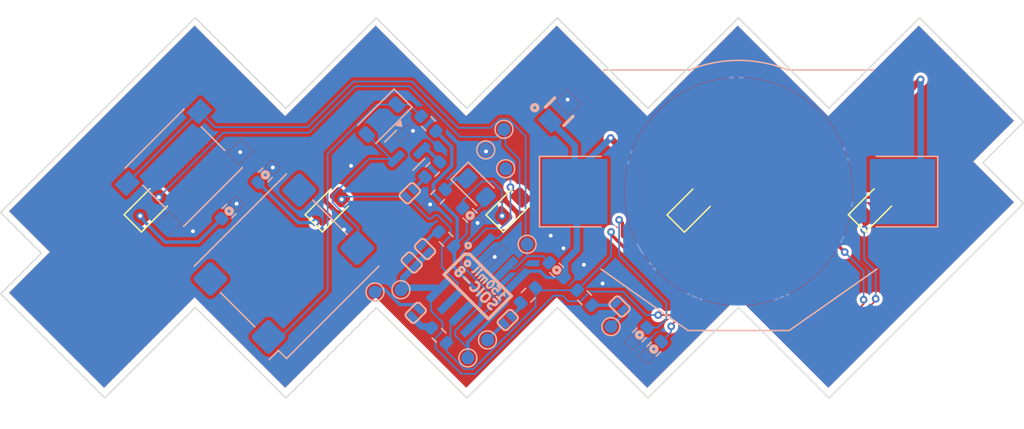
<source format=kicad_pcb>
(kicad_pcb (version 20240108) (generator "pcbnew") (generator_version "8.0")
  (title_block (title "ZigZag") (date "2024-09-13") (rev "A") (company "Radiona Org") (comment 1 "https://radiona.org/") (comment 2 "CERN Open Hardware Licence Version 2 - Strongly Reciprocal"))
  (layers (0 "F.Cu" signal) (31 "B.Cu" signal) (34 "B.Paste" user) (35 "F.Paste" user) (36 "B.SilkS" user "B.Silkscreen") (37 "F.SilkS" user "F.Silkscreen") (38 "B.Mask" user) (39 "F.Mask" user) (44 "Edge.Cuts" user))
  (net 0 "")
  (net 1 "+5V")
  (net 2 "GND")
  (net 3 "Net-(D1-K)")
  (net 4 "Net-(D1-A)")
  (net 5 "/PD1\\SWIO\\KBD_CLK")
  (net 6 "/PA2\\KBD_DAT")
  (net 7 "Net-(PWR_LED1-K)")
  (net 8 "/PC2\\T2CH2_1\\Video_Out")
  (net 9 "Net-(T1-B)")
  (net 10 "/PD6\\T2CH3_3\\VSync")
  (net 11 "/PC1\\T2CH4_1\\HSync")
  (net 12 "Net-(R2-Pad1)")
  (net 13 "Net-(BLU1-Pad2)")
  (net 14 "Net-(GRN1-Pad2)")
  (net 15 "Net-(BLU1-Pad1)")
  (net 16 "Net-(F_LED1-K)")
  (net 17 "Net-(F_LED2-K)")
  (net 18 "Net-(F_LED3-K)")
  (net 19 "Net-(F_LED4-K)")
  (net 20 "Net-(F_LED5-K)")
  (net 21 "Net-(GRN1-Pad1)")
  (net 22 "Net-(KBC/UP1-Pad2)")
  (net 23 "Net-(RED1-Pad1)")
  (net 24 "Net-(AUD/UP1-Pad2)")
  (net 25 "/PC4\\T1CH4_2\\Audio")
  (footprint "Custom:arc_90_0.5" (layer "F.Cu") (at 136.221388 108.352835 135)
    (property "Reference" "PAD2" (hide yes))
    (property "Value" "TESTPAD")
    (pad "1" smd custom (at 0 0 90) (size 8 2) (layers "F.Cu" "F.Mask") (net 2 "GND") (options (clearance outline) (anchor rect)) (primitives))
  )
  (footprint "LED_SMD:LED_0805_2012Metric_Pad1.15x1.40mm_HandSolder" (layer "F.Cu") (at 156.036065 104.80182 45)
    (property "Reference" "F_LED2" (hide yes))
    (property "Value" "LED/SMD/0603")
    (pad "1" smd roundrect (at -1.024999 0 45) (size 1.15 1.4) (layers "F.Cu" "F.Paste" "F.Mask") (roundrect_rratio 0.217391) (net 17 "Net-(F_LED2-K)"))
    (pad "2" smd roundrect (at 1.024999 0 45) (size 1.15 1.4) (layers "F.Cu" "F.Paste" "F.Mask") (roundrect_rratio 0.217391) (net 25 "/PC4\\T1CH4_2\\Audio"))
  )
  (footprint "LED_SMD:LED_0805_2012Metric_Pad1.15x1.40mm_HandSolder" (layer "F.Cu") (at 184.304427 104.817731 45)
    (property "Reference" "F_LED4" (hide yes))
    (property "Value" "LED/SMD/0603")
    (pad "1" smd roundrect (at -1.024999 0 45) (size 1.15 1.4) (layers "F.Cu" "F.Paste" "F.Mask") (roundrect_rratio 0.217391) (net 19 "Net-(F_LED4-K)"))
    (pad "2" smd roundrect (at 1.024999 0 45) (size 1.15 1.4) (layers "F.Cu" "F.Paste" "F.Mask") (roundrect_rratio 0.217391) (net 8 "/PC2\\T2CH2_1\\Video_Out"))
  )
  (footprint "LED_SMD:LED_0805_2012Metric_Pad1.15x1.40mm_HandSolder" (layer "F.Cu") (at 170.162291 104.81773 45)
    (property "Reference" "F_LED3" (hide yes))
    (property "Value" "LED/SMD/0603")
    (pad "1" smd roundrect (at -1.024999 0 45) (size 1.15 1.4) (layers "F.Cu" "F.Paste" "F.Mask") (roundrect_rratio 0.217391) (net 18 "Net-(F_LED3-K)"))
    (pad "2" smd roundrect (at 1.024999 0 45) (size 1.15 1.4) (layers "F.Cu" "F.Paste" "F.Mask") (roundrect_rratio 0.217391) (net 11 "/PC1\\T2CH4_1\\HSync"))
  )
  (footprint "LED_SMD:LED_0805_2012Metric_Pad1.15x1.40mm_HandSolder" (layer "F.Cu") (at 141.893929 104.80182 45)
    (property "Reference" "F_LED1" (hide yes))
    (property "Value" "LED/SMD/0603")
    (pad "1" smd roundrect (at -1.024999 0 45) (size 1.15 1.4) (layers "F.Cu" "F.Paste" "F.Mask") (roundrect_rratio 0.217391) (net 16 "Net-(F_LED1-K)"))
    (pad "2" smd roundrect (at 1.024999 0 45) (size 1.15 1.4) (layers "F.Cu" "F.Paste" "F.Mask") (roundrect_rratio 0.217391) (net 10 "/PD6\\T2CH3_3\\VSync"))
  )
  (footprint "LED_SMD:LED_0805_2012Metric_Pad1.15x1.40mm_HandSolder" (layer "F.Cu") (at 198.461213 104.800803 45)
    (property "Reference" "F_LED5" (hide yes))
    (property "Value" "LED/SMD/0603")
    (pad "1" smd roundrect (at -1.024999 0 45) (size 1.15 1.4) (layers "F.Cu" "F.Paste" "F.Mask") (roundrect_rratio 0.217391) (net 20 "Net-(F_LED5-K)"))
    (pad "2" smd roundrect (at 1.024999 0 45) (size 1.15 1.4) (layers "F.Cu" "F.Paste" "F.Mask") (roundrect_rratio 0.217391) (net 5 "/PD1\\SWIO\\KBD_CLK"))
  )
  (footprint "TestPoint:TestPoint_Pad_D1.0mm" (layer "B.Cu") (at 159.499097 111.47901 -45)
    (property "Reference" "TP1" (hide yes))
    (property "Value" "TP")
    (pad "1" smd circle (at 0 0 315) (size 1 1) (layers "B.Cu" "B.Mask") (net 23 "Net-(RED1-Pad1)"))
  )
  (footprint "TestPoint:TestPoint_Pad_D1.0mm" (layer "B.Cu") (at 168.288433 115.219606 -45)
    (property "Reference" "TP3" (hide yes))
    (property "Value" "TP")
    (pad "1" smd circle (at 0 0 315) (size 1 1) (layers "B.Cu" "B.Mask") (net 15 "Net-(BLU1-Pad1)"))
  )
  (footprint "OLIMEX_Jumpers-FP:SJ_1_SMALLER" (layer "B.Cu") (at 163.409396 108.120253 135)
    (property "Reference" "KBC/UP1" (hide yes))
    (property "Value" "Opened" (hide yes))
    (pad "1" smd rect (at -0.381 0 135) (size 0.508 0.762) (layers "B.Cu" "B.Mask") (net 5 "/PD1\\SWIO\\KBD_CLK") (clearance 0.0508))
    (pad "2" smd rect (at 0.381 0 135) (size 0.508 0.762) (layers "B.Cu" "B.Mask") (net 22 "Net-(KBC/UP1-Pad2)") (clearance 0.0508))
  )
  (footprint "OLIMEX_Jumpers-FP:SJ_1_SMALLER" (layer "B.Cu") (at 162.36995 109.173843 135)
    (property "Reference" "PGM/DBG1" (hide yes))
    (property "Value" "Opened" (hide yes))
    (pad "1" smd rect (at -0.381 0 135) (size 0.508 0.762) (layers "B.Cu" "B.Mask") (net 5 "/PD1\\SWIO\\KBD_CLK") (clearance 0.0508))
    (pad "2" smd rect (at 0.381 0 135) (size 0.508 0.762) (layers "B.Cu" "B.Mask") (net 2 "GND") (clearance 0.0508))
  )
  (footprint "OLIMEX_Jumpers-FP:SJ_1_SMALLER" (layer "B.Cu") (at 178.605121 112.610382 135)
    (property "Reference" "GRN1" (hide yes))
    (property "Value" "Soldered" (hide yes))
    (pad "1" smd rect (at -0.381 0 135) (size 0.508 0.762) (layers "B.Cu" "B.Mask") (net 21 "Net-(GRN1-Pad1)") (clearance 0.0508))
    (pad "2" smd rect (at 0.381 0 135) (size 0.508 0.762) (layers "B.Cu" "B.Mask") (net 14 "Net-(GRN1-Pad2)") (clearance 0.0508))
  )
  (footprint "TestPoint:TestPoint_Pad_D1.0mm" (layer "B.Cu") (at 177.93 114.18 -45)
    (property "Reference" "TP2" (hide yes))
    (property "Value" "TP")
    (pad "1" smd circle (at 0 0 315) (size 1 1) (layers "B.Cu" "B.Mask") (net 21 "Net-(GRN1-Pad1)"))
  )
  (footprint "Resistor_SMD:R_0603_1608Metric" (layer "B.Cu") (at 150.936033 102.336121 45)
    (property "Reference" "R10" (hide yes))
    (property "Value" "2k/1/8W")
    (pad "1" smd roundrect (at -0.825 0 45) (size 0.8 0.95) (layers "B.Cu" "B.Paste" "B.Mask") (net 17 "Net-(F_LED2-K)"))
    (pad "2" smd roundrect (at 0.825 0 45) (size 0.8 0.95) (layers "B.Cu" "B.Paste" "B.Mask") (net 2 "GND"))
  )
  (footprint "Resistor_SMD:R_0603_1608Metric" (layer "B.Cu") (at 181.28 115.94 -135)
    (property "Reference" "R13" (hide yes))
    (property "Value" "2k/1/8W")
    (pad "1" smd roundrect (at -0.825 0 225) (size 0.8 0.95) (layers "B.Cu" "B.Paste" "B.Mask") (net 20 "Net-(F_LED5-K)"))
    (pad "2" smd roundrect (at 0.825 0 225) (size 0.8 0.95) (layers "B.Cu" "B.Paste" "B.Mask") (net 2 "GND"))
  )
  (footprint "TestPoint:TestPoint_Pad_D1.0mm" (layer "B.Cu") (at 161.528493 111.302235 45)
    (property "Reference" "TP9" (hide yes))
    (property "Value" "TP")
    (pad "1" smd circle (at 0 0 45) (size 1 1) (layers "B.Cu" "B.Mask") (net 5 "/PD1\\SWIO\\KBD_CLK"))
  )
  (footprint "Resistor_SMD:R_0603_1608Metric" (layer "B.Cu") (at 164.498341 114.866052 -45)
    (property "Reference" "R2" (hide yes))
    (property "Value" "470R/1/8W")
    (pad "1" smd roundrect (at -0.825 0 315) (size 0.8 0.95) (layers "B.Cu" "B.Paste" "B.Mask") (net 12 "Net-(R2-Pad1)"))
    (pad "2" smd roundrect (at 0.825 0 315) (size 0.8 0.95) (layers "B.Cu" "B.Paste" "B.Mask") (net 8 "/PC2\\T2CH2_1\\Video_Out"))
  )
  (footprint "TestPoint:TestPoint_Pad_D1.0mm" (layer "B.Cu") (at 171.385561 107.752558 45)
    (property "Reference" "TP7" (hide yes))
    (property "Value" "TP")
    (pad "1" smd circle (at 0 0 45) (size 1 1) (layers "B.Cu" "B.Mask") (net 6 "/PA2\\KBD_DAT"))
  )
  (footprint "Button_Switch_SMD:SW_SPST_PTS645" (layer "B.Cu") (at 144.565 101.777506 45)
    (property "Reference" "SW1" (hide yes))
    (property "Value" "SW_Push")
    (pad "1" smd rect (at -3.98 2.25 45) (size 1.55 1.3) (layers "B.Cu" "B.Paste" "B.Mask") (net 2 "GND"))
    (pad "1" smd rect (at 3.98 2.25 45) (size 1.55 1.3) (layers "B.Cu" "B.Paste" "B.Mask") (net 2 "GND"))
    (pad "2" smd rect (at -3.98 -2.25 45) (size 1.55 1.3) (layers "B.Cu" "B.Paste" "B.Mask") (net 6 "/PA2\\KBD_DAT"))
    (pad "2" smd rect (at 3.98 -2.25 45) (size 1.55 1.3) (layers "B.Cu" "B.Paste" "B.Mask") (net 6 "/PA2\\KBD_DAT"))
  )
  (footprint "Resistor_SMD:R_0603_1608Metric" (layer "B.Cu") (at 171.463343 111.733569 45)
    (property "Reference" "R4" (hide yes))
    (property "Value" "470R/1/8W")
    (pad "1" smd roundrect (at -0.825 0 45) (size 0.8 0.95) (layers "B.Cu" "B.Paste" "B.Mask") (net 13 "Net-(BLU1-Pad2)"))
    (pad "2" smd roundrect (at 0.825 0 45) (size 0.8 0.95) (layers "B.Cu" "B.Paste" "B.Mask") (net 8 "/PC2\\T2CH2_1\\Video_Out"))
  )
  (footprint "Buzzer_Beeper:MagneticBuzzer_PUI_SMT-1028-T-2-R" (layer "B.Cu") (at 152.590662 109.463757 45)
    (property "Reference" "SPK1" (hide yes))
    (property "Value" "Speaker_QMB-09B-03(1.5-5.0V_2.7kHz_F9.0mm*H5.5mm)")
    (pad "1" smd roundrect (at -4.899999 2.9 135) (size 2 2) (layers "B.Cu" "B.Paste" "B.Mask") (roundrect_rratio 0.125) (net 3 "Net-(D1-K)"))
    (pad "2" smd roundrect (at 4.9 2.9 135) (size 2 2) (layers "B.Cu" "B.Paste" "B.Mask") (roundrect_rratio 0.125) (net 4 "Net-(D1-A)"))
    (pad "MP" smd roundrect (at -4.9 -3.5 135) (size 2 2) (layers "B.Cu" "B.Paste" "B.Mask") (roundrect_rratio 0.125))
    (pad "MP" smd roundrect (at 4.9 -3.5 135) (size 2 2) (layers "B.Cu" "B.Paste" "B.Mask") (roundrect_rratio 0.125))
  )
  (footprint "OLIMEX_Jumpers-FP:SJ_1_SMALLER" (layer "B.Cu") (at 169.872352 113.663971 45)
    (property "Reference" "BLU1" (hide yes))
    (property "Value" "Opened" (hide yes))
    (pad "1" smd rect (at -0.381 0 45) (size 0.508 0.762) (layers "B.Cu" "B.Mask") (net 15 "Net-(BLU1-Pad1)") (clearance 0.0508))
    (pad "2" smd rect (at 0.381 0 45) (size 0.508 0.762) (layers "B.Cu" "B.Mask") (net 13 "Net-(BLU1-Pad2)") (clearance 0.0508))
  )
  (footprint "Resistor_SMD:R_0603_1608Metric" (layer "B.Cu") (at 180.17 114.83 -135)
    (property "Reference" "R12" (hide yes))
    (property "Value" "2k/1/8W")
    (pad "1" smd roundrect (at -0.825 0 225) (size 0.8 0.95) (layers "B.Cu" "B.Paste" "B.Mask") (net 19 "Net-(F_LED4-K)"))
    (pad "2" smd roundrect (at 0.825 0 225) (size 0.8 0.95) (layers "B.Cu" "B.Paste" "B.Mask") (net 2 "GND"))
  )
  (footprint "OLIMEX_Jumpers-FP:SJ_1_SMALLER" (layer "B.Cu") (at 162.680369 113.106064 -135)
    (property "Reference" "RED1" (hide yes))
    (property "Value" "Opened" (hide yes))
    (pad "1" smd rect (at -0.381 0 225) (size 0.508 0.762) (layers "B.Cu" "B.Mask") (net 23 "Net-(RED1-Pad1)") (clearance 0.0508))
    (pad "2" smd rect (at 0.381 0 225) (size 0.508 0.762) (layers "B.Cu" "B.Mask") (net 12 "Net-(R2-Pad1)") (clearance 0.0508))
  )
  (footprint "TestPoint:TestPoint_Pad_D1.0mm" (layer "B.Cu") (at 169.575367 98.772302 -45)
    (property "Reference" "TP6" (hide yes))
    (property "Value" "TP")
    (pad "1" smd circle (at 0 0 315) (size 1 1) (layers "B.Cu" "B.Mask") (net 10 "/PD6\\T2CH3_3\\VSync"))
  )
  (footprint "TestPoint:TestPoint_Pad_D1.0mm" (layer "B.Cu") (at 166.754011 116.626748 45)
    (property "Reference" "TP8" (hide yes))
    (property "Value" "TP")
    (pad "1" smd circle (at 0 0 45) (size 1 1) (layers "B.Cu" "B.Mask") (net 1 "+5V"))
  )
  (footprint "Resistor_SMD:R_0603_1608Metric" (layer "B.Cu") (at 163.674117 98.329676 135)
    (property "Reference" "R7" (hide yes))
    (property "Value" "100R/1/8W")
    (pad "1" smd roundrect (at -0.825 0 135) (size 0.8 0.95) (layers "B.Cu" "B.Paste" "B.Mask") (net 1 "+5V"))
    (pad "2" smd roundrect (at 0.825 0 135) (size 0.8 0.95) (layers "B.Cu" "B.Paste" "B.Mask") (net 3 "Net-(D1-K)"))
  )
  (footprint "Resistor_SMD:R_0603_1608Metric" (layer "B.Cu") (at 175.868619 111.924489 135)
    (property "Reference" "R3" (hide yes))
    (property "Value" "470R/1/8W")
    (pad "1" smd roundrect (at -0.825 0 135) (size 0.8 0.95) (layers "B.Cu" "B.Paste" "B.Mask") (net 14 "Net-(GRN1-Pad2)"))
    (pad "2" smd roundrect (at 0.825 0 135) (size 0.8 0.95) (layers "B.Cu" "B.Paste" "B.Mask") (net 8 "/PC2\\T2CH2_1\\Video_Out"))
  )
  (footprint "Resistor_SMD:R_0603_1608Metric" (layer "B.Cu") (at 148.107606 105.164548 45)
    (property "Reference" "R9" (hide yes))
    (property "Value" "2k/1/8W")
    (pad "1" smd roundrect (at -0.825 0 45) (size 0.8 0.95) (layers "B.Cu" "B.Paste" "B.Mask") (net 16 "Net-(F_LED1-K)"))
    (pad "2" smd roundrect (at 0.825 0 45) (size 0.8 0.95) (layers "B.Cu" "B.Paste" "B.Mask") (net 2 "GND"))
  )
  (footprint "Resistor_SMD:R_0603_1608Metric" (layer "B.Cu") (at 163.99585 101.911172 -135)
    (property "Reference" "R8" (hide yes))
    (property "Value" "2k/1/8W")
    (pad "1" smd roundrect (at -0.825 0 225) (size 0.8 0.95) (layers "B.Cu" "B.Paste" "B.Mask") (net 9 "Net-(T1-B)"))
    (pad "2" smd roundrect (at 0.825 0 225) (size 0.8 0.95) (layers "B.Cu" "B.Paste" "B.Mask") (net 24 "Net-(AUD/UP1-Pad2)"))
  )
  (footprint "TestPoint:TestPoint_Pad_D1.0mm" (layer "B.Cu") (at 169.709718 101.848216 -45)
    (property "Reference" "TP5" (hide yes))
    (property "Value" "TP")
    (pad "1" smd circle (at 0 0 315) (size 1 1) (layers "B.Cu" "B.Mask") (net 11 "/PC1\\T2CH4_1\\HSync"))
  )
  (footprint "TestPoint:TestPoint_Pad_D1.0mm" (layer "B.Cu") (at 168.154083 100.377434 -45)
    (property "Reference" "TP4" (hide yes))
    (property "Value" "TP")
    (pad "1" smd circle (at 0 0 315) (size 1 1) (layers "B.Cu" "B.Mask") (net 2 "GND"))
  )
  (footprint "Resistor_SMD:R_0603_1608Metric" (layer "B.Cu") (at 173.697072 109.767018 135)
    (property "Reference" "R5" (hide yes))
    (property "Value" "2k/1/8W")
    (pad "1" smd roundrect (at -0.825 0 135) (size 0.8 0.95) (layers "B.Cu" "B.Paste" "B.Mask") (net 1 "+5V"))
    (pad "2" smd roundrect (at 0.825 0 135) (size 0.8 0.95) (layers "B.Cu" "B.Paste" "B.Mask") (net 6 "/PA2\\KBD_DAT"))
  )
  (footprint "LED_SMD:LED_0805_2012Metric_Pad1.15x1.40mm_HandSolder" (layer "B.Cu") (at 167.418692 103.333141 -45)
    (property "Reference" "PWR_LED1" (hide yes))
    (property "Value" "LED/SMD/0805")
    (pad "1" smd roundrect (at -1.024999 0 315) (size 1.15 1.4) (layers "B.Cu" "B.Paste" "B.Mask") (roundrect_rratio 0.217391) (net 7 "Net-(PWR_LED1-K)"))
    (pad "2" smd roundrect (at 1.024999 0 315) (size 1.15 1.4) (layers "B.Cu" "B.Paste" "B.Mask") (roundrect_rratio 0.217391) (net 1 "+5V"))
  )
  (footprint "Resistor_SMD:R_0603_1608Metric" (layer "B.Cu") (at 165.064026 107.356578 135)
    (property "Reference" "R6" (hide yes))
    (property "Value" "2k/1/8W")
    (pad "1" smd roundrect (at -0.825 0 135) (size 0.8 0.95) (layers "B.Cu" "B.Paste" "B.Mask") (net 1 "+5V"))
    (pad "2" smd roundrect (at 0.825 0 135) (size 0.8 0.95) (layers "B.Cu" "B.Paste" "B.Mask") (net 22 "Net-(KBC/UP1-Pad2)"))
  )
  (footprint "OLIMEX_IC-FP:SOIC-8_150mil" (layer "B.Cu") (at 167.531829 110.955752 -45)
    (property "Reference" "U1" (hide yes))
    (property "Value" "CH32V003J4M6(SOP8)")
    (fp_text user "SOIC-8" (at 0.05588 0.271781 135) (layer "B.SilkS") (effects (font (size 0.762 0.762) (thickness 0.1905)) (justify mirror)))
    (fp_text user "150mil" (at 0.508 -0.7112 135) (layer "B.SilkS") (effects (font (size 0.635 0.635) (thickness 0.15875)) (justify mirror)))
    (pad "1" smd rect (at -1.905 -2.499999 315) (size 0.6 2.2) (layers "B.Cu" "B.Paste" "B.Mask") (net 10 "/PD6\\T2CH3_3\\VSync") (clearance 0.0508))
    (pad "2" smd rect (at -0.635 -2.5 315) (size 0.6 2.2) (layers "B.Cu" "B.Paste" "B.Mask") (net 2 "GND") (clearance 0.0508))
    (pad "3" smd rect (at 0.635 -2.5 315) (size 0.6 2.2) (layers "B.Cu" "B.Paste" "B.Mask") (net 6 "/PA2\\KBD_DAT") (clearance 0.0508))
    (pad "4" smd rect (at 1.905 -2.500001 315) (size 0.6 2.2) (layers "B.Cu" "B.Paste" "B.Mask") (net 1 "+5V") (clearance 0.0508))
    (pad "5" smd rect (at 1.905 2.499999 315) (size 0.6 2.2) (layers "B.Cu" "B.Paste" "B.Mask") (net 11 "/PC1\\T2CH4_1\\HSync") (clearance 0.0508))
    (pad "6" smd rect (at 0.635 2.5 315) (size 0.6 2.2) (layers "B.Cu" "B.Paste" "B.Mask") (net 8 "/PC2\\T2CH2_1\\Video_Out") (clearance 0.0508))
    (pad "7" smd rect (at -0.635 2.5 315) (size 0.6 2.2) (layers "B.Cu" "B.Paste" "B.Mask") (net 25 "/PC4\\T1CH4_2\\Audio") (clearance 0.0508))
    (pad "8" smd rect (at -1.905 2.500001 315) (size 0.6 2.2) (layers "B.Cu" "B.Paste" "B.Mask") (net 5 "/PD1\\SWIO\\KBD_CLK") (clearance 0.0508))
  )
  (footprint "Battery:BatteryHolder_Keystone_3002_1x2032" (layer "B.Cu") (at 187.903576 103.636855 180)
    (property "Reference" "BT1" (hide yes))
    (property "Value" "Battery_Cell")
    (pad "1" smd rect (at -12.8 0 180) (size 5.1 5.1) (layers "B.Cu" "B.Paste" "B.Mask") (net 1 "+5V"))
    (pad "1" smd rect (at 12.8 0 180) (size 5.1 5.1) (layers "B.Cu" "B.Paste" "B.Mask") (net 1 "+5V"))
    (pad "2" smd circle (at 0 0 180) (size 17.8 17.8) (layers "B.Cu" "B.Mask") (net 2 "GND"))
  )
  (footprint "Resistor_SMD:R_0603_1608Metric" (layer "B.Cu") (at 166.930788 105.503959 -45)
    (property "Reference" "R11" (hide yes))
    (property "Value" "2k/1/8W")
    (pad "1" smd roundrect (at -0.825 0 315) (size 0.8 0.95) (layers "B.Cu" "B.Paste" "B.Mask") (net 18 "Net-(F_LED3-K)"))
    (pad "2" smd roundrect (at 0.825 0 315) (size 0.8 0.95) (layers "B.Cu" "B.Paste" "B.Mask") (net 2 "GND"))
  )
  (footprint "Diode_SMD:D_SOD-123" (layer "B.Cu") (at 160.023678 98.006174 -135)
    (property "Reference" "D1" (hide yes))
    (property "Value" "1N4148/DO35")
    (pad "1" smd roundrect (at -1.65 0 225) (size 0.9 1.2) (layers "B.Cu" "B.Paste" "B.Mask") (net 3 "Net-(D1-K)"))
    (pad "2" smd roundrect (at 1.65 0 225) (size 0.9 1.2) (layers "B.Cu" "B.Paste" "B.Mask") (net 4 "Net-(D1-A)"))
  )
  (footprint "Package_TO_SOT_SMD:SOT-23" (layer "B.Cu") (at 161.816192 100.413873 -135)
    (property "Reference" "T1" (hide yes))
    (property "Value" "2N3904")
    (pad "1" smd roundrect (at -0.9375 0.95 225) (size 1.475 0.6) (layers "B.Cu" "B.Paste" "B.Mask") (net 2 "GND"))
    (pad "2" smd roundrect (at -0.9375 -0.95 225) (size 1.475 0.6) (layers "B.Cu" "B.Paste" "B.Mask") (net 9 "Net-(T1-B)"))
    (pad "3" smd roundrect (at 0.937499 0 225) (size 1.475 0.6) (layers "B.Cu" "B.Paste" "B.Mask") (net 4 "Net-(D1-A)"))
  )
  (footprint "OLIMEX_Jumpers-FP:SJ_1_SMALLER" (layer "B.Cu") (at 162.217475 103.760256 45)
    (property "Reference" "AUD/UP1" (hide yes))
    (property "Value" "Opened" (hide yes))
    (pad "1" smd rect (at -0.381 0 45) (size 0.508 0.762) (layers "B.Cu" "B.Mask") (net 25 "/PC4\\T1CH4_2\\Audio") (clearance 0.0508))
    (pad "2" smd rect (at 0.381 0 45) (size 0.508 0.762) (layers "B.Cu" "B.Mask") (net 24 "Net-(AUD/UP1-Pad2)") (clearance 0.0508))
  )
  (footprint "Resistor_SMD:R_0603_1608Metric" (layer "B.Cu") (at 164.392274 104.05439 -135)
    (property "Reference" "R1" (hide yes))
    (property "Value" "2k/1/8W")
    (pad "1" smd roundrect (at -0.825 0 225) (size 0.8 0.95) (layers "B.Cu" "B.Paste" "B.Mask") (net 7 "Net-(PWR_LED1-K)"))
    (pad "2" smd roundrect (at 0.825 0 225) (size 0.8 0.95) (layers "B.Cu" "B.Paste" "B.Mask") (net 2 "GND"))
  )
  (footprint "OLIMEX_RLC-FP:C_0805_5MIL_DWS" (layer "B.Cu") (at 173.892962 97.396272 -135)
    (property "Reference" "C1" (hide yes))
    (property "Value" "100nF/25V/2010")
    (pad "1" smd rect (at -1.016001 0 135) (size 1.524 1.27) (layers "B.Cu" "B.Paste" "B.Mask") (net 2 "GND"))
    (pad "2" smd rect (at 1.016001 0 135) (size 1.524 1.27) (layers "B.Cu" "B.Paste" "B.Mask") (net 1 "+5V"))
  )
  (gr_circle (center 150.936033 102.336121) (end 150.946033 102.576121) (stroke (width 0.254)) (fill none) (layer "B.SilkS"))
  (gr_circle (center 171.98 97.08) (end 171.99 97.32) (stroke (width 0.254)) (fill none) (layer "B.SilkS"))
  (gr_circle (center 148.107606 105.164548) (end 148.117606 105.404548) (stroke (width 0.254)) (fill none) (layer "B.SilkS"))
  (gr_circle (center 166.930788 105.503959) (end 166.940788 105.743959) (stroke (width 0.254)) (fill none) (layer "B.SilkS"))
  (gr_circle (center 173.697072 109.767018) (end 173.707072 110.007018) (stroke (width 0.254)) (fill none) (layer "B.SilkS"))
  (gr_circle (center 180.17 114.83) (end 180.18 115.07) (stroke (width 0.254)) (fill none) (layer "B.SilkS"))
  (gr_circle (center 181.28 115.94) (end 181.29 116.18) (stroke (width 0.254)) (fill none) (layer "B.SilkS"))
  (gr_line (start 180.817633 119.758904) (end 173.747731 112.689002) (stroke (width 0.1)) (layer "Edge.Cuts"))
  (gr_line (start 206.981541 101.373791) (end 210.163874 104.556125) (stroke (width 0.1)) (layer "Edge.Cuts"))
  (gr_line (start 202.030634 90.058951) (end 210.163509 98.191825) (stroke (width 0.1)) (layer "Edge.Cuts"))
  (gr_line (start 130.260584 111.627856) (end 133.442552 108.445888) (stroke (width 0.1)) (layer "Edge.Cuts"))
  (gr_line (start 138.393094 119.760366) (end 130.260584 111.627856) (stroke (width 0.1)) (layer "Edge.Cuts"))
  (gr_line (start 173.745902 90.060411) (end 180.816537 97.131046) (stroke (width 0.1)) (layer "Edge.Cuts"))
  (gr_line (start 145.464094 112.689366) (end 138.393094 119.760366) (stroke (width 0.1)) (layer "Edge.Cuts"))
  (gr_line (start 180.816537 97.131046) (end 187.888268 90.059315) (stroke (width 0.1)) (layer "Edge.Cuts"))
  (gr_line (start 130.613933 105.617271) (end 130.260217 105.263556) (stroke (width 0.1)) (layer "Edge.Cuts"))
  (gr_line (start 133.442552 108.445888) (end 130.613933 105.617269) (stroke (width 0.1)) (layer "Edge.Cuts"))
  (gr_line (start 166.675269 97.131044) (end 173.745902 90.060411) (stroke (width 0.1)) (layer "Edge.Cuts"))
  (gr_line (start 145.464092 90.059681) (end 152.534363 97.131411) (stroke (width 0.1)) (layer "Edge.Cuts"))
  (gr_line (start 210.163509 98.191825) (end 206.981541 101.373791) (stroke (width 0.1)) (layer "Edge.Cuts"))
  (gr_line (start 152.534362 119.759636) (end 145.464094 112.689366) (stroke (width 0.1)) (layer "Edge.Cuts"))
  (gr_line (start 152.534363 97.131411) (end 159.605 90.060775) (stroke (width 0.1)) (layer "Edge.Cuts"))
  (gr_line (start 210.163874 104.556125) (end 194.96 119.76) (stroke (width 0.1)) (layer "Edge.Cuts"))
  (gr_line (start 194.96 119.76) (end 187.888268 112.688269) (stroke (width 0.1)) (layer "Edge.Cuts"))
  (gr_line (start 159.605364 112.688634) (end 152.534362 119.759636) (stroke (width 0.1)) (layer "Edge.Cuts"))
  (gr_line (start 166.676732 119.760002) (end 159.605364 112.688634) (stroke (width 0.1)) (layer "Edge.Cuts"))
  (gr_line (start 187.888268 90.059315) (end 194.959269 97.130315) (stroke (width 0.1)) (layer "Edge.Cuts"))
  (gr_line (start 159.605 90.060775) (end 166.675269 97.131044) (stroke (width 0.1)) (layer "Edge.Cuts"))
  (gr_line (start 130.260217 105.263556) (end 145.464092 90.059681) (stroke (width 0.1)) (layer "Edge.Cuts"))
  (gr_line (start 173.747731 112.689002) (end 166.676732 119.760002) (stroke (width 0.1)) (layer "Edge.Cuts"))
  (gr_line (start 194.959269 97.130315) (end 202.030634 90.058951) (stroke (width 0.1)) (layer "Edge.Cuts"))
  (gr_line (start 187.888268 112.688269) (end 180.817633 119.758904) (stroke (width 0.1)) (layer "Edge.Cuts"))
  (segment (start 180.88 101.75) (end 180.2 101.75) (width 0.5) (layer "F.Cu") (net 1))
  (segment (start 180.2 101.75) (end 177.91 99.46) (width 0.5) (layer "F.Cu") (net 1))
  (segment (start 177.91 99.46) (end 177.91 99.45) (width 0.5) (layer "F.Cu") (net 1))
  (segment (start 202.12 94.88) (end 194.91 102.09) (width 0.5) (layer "F.Cu") (net 1))
  (segment (start 194.91 102.09) (end 187.725 94.905) (width 0.5) (layer "F.Cu") (net 1))
  (segment (start 187.725 94.905) (end 180.88 101.75) (width 0.5) (layer "F.Cu") (net 1))
  (via (at 202.12 94.88) (size 0.6) (drill 0.3) (layers "F.Cu" "B.Cu") (net 1))
  (via (at 177.91 99.45) (size 0.6) (drill 0.3) (layers "F.Cu" "B.Cu") (net 1))
  (segment (start 165.700422 108.601086) (end 165.700422 108.287131) (width 0.254) (layer "B.Cu") (net 1))
  (segment (start 169.787499 112.362894) (end 169.7875 111.394158) (width 0.254) (layer "B.Cu") (net 1))
  (segment (start 175.103576 100.043728) (end 173.174541 98.114693) (width 0.5) (layer "B.Cu") (net 1))
  (segment (start 175.27 108.16) (end 175.27 103.803279) (width 0.5) (layer "B.Cu") (net 1))
  (segment (start 169.7875 111.394158) (end 170.646635 110.535024) (width 0.254) (layer "B.Cu") (net 1))
  (segment (start 174.280435 110.350381) (end 172.894439 110.350382) (width 0.254) (layer "B.Cu") (net 1))
  (segment (start 172.396724 109.852665) (end 171.328992 109.852666) (width 0.254) (layer "B.Cu") (net 1))
  (segment (start 165.700422 108.601086) (end 165.700422 107.992974) (width 0.254) (layer "B.Cu") (net 1))
  (segment (start 166.656357 106.930975) (end 166.656357 105.92971) (width 0.128) (layer "B.Cu") (net 1))
  (segment (start 172.894439 110.350382) (end 172.396724 109.852665) (width 0.254) (layer "B.Cu") (net 1))
  (segment (start 175.103576 103.636855) (end 175.103576 100.043728) (width 0.5) (layer "B.Cu") (net 1))
  (segment (start 165.700422 108.287131) (end 165.919625 108.067927) (width 0.254) (layer "B.Cu") (net 1))
  (segment (start 165.778204 114.481386) (end 165.778205 114.894337) (width 0.128) (layer "B.Cu") (net 1))
  (segment (start 166.754011 116.626748) (end 166.754011 115.396383) (width 0.254) (layer "B.Cu") (net 1))
  (segment (start 166.656357 105.92971) (end 168.143476 104.442591) (width 0.128) (layer "B.Cu") (net 1))
  (segment (start 174.346815 109.083185) (end 175.27 108.16) (width 0.5) (layer "B.Cu") (net 1))
  (segment (start 167.715677 112.543914) (end 165.778204 114.481386) (width 0.128) (layer "B.Cu") (net 1))
  (segment (start 165.64739 107.939942) (end 166.656357 106.930975) (width 0.128) (layer "B.Cu") (net 1))
  (segment (start 165.778205 114.894337) (end 166.754012 115.870144) (width 0.128) (layer "B.Cu") (net 1))
  (segment (start 168.143476 104.442591) (end 168.143475 104.057925) (width 0.128) (layer "B.Cu") (net 1))
  (segment (start 164.054844 103.076603) (end 165.500006 101.631439) (width 0.254) (layer "B.Cu") (net 1))
  (segment (start 174.346815 110.284) (end 174.346815 109.083185) (width 0.5) (layer "B.Cu") (net 1))
  (segment (start 165.919625 108.067927) (end 165.919625 105.703363) (width 0.254) (layer "B.Cu") (net 1))
  (segment (start 164.729707 104.513444) (end 164.729706 104.454046) (width 0.254) (layer "B.Cu") (net 1))
  (segment (start 165.919625 105.703363) (end 164.729707 104.513444) (width 0.254) (layer "B.Cu") (net 1))
  (segment (start 202.12 94.88) (end 202.12 102.220431) (width 0.5) (layer "B.Cu") (net 1))
  (segment (start 164.054843 103.779184) (end 164.054844 103.076603) (width 0.254) (layer "B.Cu") (net 1))
  (segment (start 165.500007 100.155567) (end 164.257479 98.913039) (width 0.254) (layer "B.Cu") (net 1))
  (segment (start 165.700422 109.576893) (end 165.700422 108.601086) (width 0.254) (layer "B.Cu") (net 1))
  (segment (start 202.12 102.220431) (end 200.703576 103.636855) (width 0.5) (layer "B.Cu") (net 1))
  (segment (start 165.700422 107.992974) (end 165.64739 107.939942) (width 0.254) (layer "B.Cu") (net 1))
  (segment (start 171.328992 109.852666) (end 170.646635 110.535024) (width 0.254) (layer "B.Cu") (net 1))
  (segment (start 167.715677 112.543914) (end 167.715677 111.592148) (width 0.254) (layer "B.Cu") (net 1))
  (segment (start 175.27 103.803279) (end 175.103576 103.636855) (width 0.5) (layer "B.Cu") (net 1))
  (segment (start 167.715677 111.592148) (end 165.700422 109.576893) (width 0.254) (layer "B.Cu") (net 1))
  (segment (start 175.103576 102.256424) (end 177.91 99.45) (width 0.5) (layer "B.Cu") (net 1))
  (segment (start 175.103576 103.636855) (end 175.103576 102.256424) (width 0.5) (layer "B.Cu") (net 1))
  (segment (start 166.754011 115.396383) (end 169.787499 112.362894) (width 0.254) (layer "B.Cu") (net 1))
  (segment (start 164.729706 104.454046) (end 164.054843 103.779184) (width 0.254) (layer "B.Cu") (net 1))
  (segment (start 174.280435 110.350381) (end 174.346815 110.284) (width 0.5) (layer "B.Cu") (net 1))
  (segment (start 165.500006 101.631439) (end 165.500007 100.155567) (width 0.254) (layer "B.Cu") (net 1))
  (via (at 145.28 106.73) (size 0.6) (drill 0.3) (layers "F.Cu" "B.Cu") (net 2))
  (via (at 163.808912 104.637753) (size 0.6) (drill 0.3) (layers "F.Cu" "B.Cu") (net 2))
  (via (at 174.224595 108.06015) (size 0.6) (drill 0.3) (layers "F.Cu" "B.Cu") (net 2))
  (via (at 173.227574 107.077271) (size 0.6) (drill 0.3) (layers "F.Cu" "B.Cu") (net 2))
  (via (at 162.47 98.89) (size 0.6) (drill 0.3) (layers "F.Cu" "B.Cu") (net 2))
  (via (at 157.63 101.62) (size 0.6) (drill 0.3) (layers "F.Cu" "B.Cu") (net 2))
  (via (at 168.850583 108.738972) (size 0.6) (drill 0.3) (layers "F.Cu" "B.Cu") (net 2))
  (via (at 157.08 106.61) (size 0.6) (drill 0.3) (layers "F.Cu" "B.Cu") (net 2))
  (via (at 151.519396 101.752757) (size 0.6) (drill 0.3) (layers "F.Cu" "B.Cu") (net 2))
  (via (at 168.175297 100.497643) (size 0.6) (drill 0.3) (layers "F.Cu" "B.Cu") (net 2))
  (via (at 174.546328 96.445921) (size 0.6) (drill 0.3) (layers "F.Cu" "B.Cu") (net 2))
  (via (at 148.970277 100.554211) (size 0.6) (drill 0.3) (layers "F.Cu" "B.Cu") (net 2))
  (via (at 167.514151 106.087322) (size 0.6) (drill 0.3) (layers "F.Cu" "B.Cu") (net 2))
  (via (at 175.82 109.35) (size 0.6) (drill 0.3) (layers "F.Cu" "B.Cu") (net 2))
  (via (at 177.28 110.81) (size 0.6) (drill 0.3) (layers "F.Cu" "B.Cu") (net 2))
  (via (at 148.690969 104.581184) (size 0.6) (drill 0.3) (layers "F.Cu" "B.Cu") (net 2))
  (segment (start 162.100543 108.904435) (end 162.075085 108.878978) (width 0.254) (layer "B.Cu") (net 2))
  (segment (start 174.546329 96.612798) (end 174.546328 96.445921) (width 0.254) (layer "B.Cu") (net 2))
  (segment (start 174.611382 96.677852) (end 174.546329 96.612798) (width 0.254) (layer "B.Cu") (net 2))
  (segment (start 162.075085 108.878978) (end 162.060943 108.878979) (width 0.254) (layer "B.Cu") (net 2))
  (segment (start 168.175296 100.398648) (end 168.175297 100.497643) (width 0.254) (layer "B.Cu") (net 2))
  (segment (start 143.888924 106.73) (end 145.28 106.73) (width 0.254) (layer "B.Cu") (net 2))
  (segment (start 143.341705 106.182781) (end 143.888924 106.73) (width 0.254) (layer "B.Cu") (net 2))
  (segment (start 168.154083 100.377434) (end 168.175296 100.398648) (width 0.254) (layer "B.Cu") (net 2))
  (segment (start 155.81 111.335589) (end 155.81 110.89) (width 0.128) (layer "B.Cu") (net 3))
  (segment (start 155.81 110.89) (end 155.806748 110.886748) (width 0.128) (layer "B.Cu") (net 3))
  (segment (start 161.190403 96.839449) (end 162.183888 96.839448) (width 0.128) (layer "B.Cu") (net 3))
  (segment (start 151.176449 114.97919) (end 152.166399 114.97919) (width 0.128) (layer "B.Cu") (net 3))
  (segment (start 155.806748 110.886748) (end 155.806748 100.661529) (width 0.128) (layer "B.Cu") (net 3))
  (segment (start 159.628828 96.839449) (end 161.190403 96.839449) (width 0.128) (layer "B.Cu") (net 3))
  (segment (start 155.806748 100.661529) (end 159.628828 96.839449) (width 0.128) (layer "B.Cu") (net 3))
  (segment (start 152.166399 114.97919) (end 155.81 111.335589) (width 0.128) (layer "B.Cu") (net 3))
  (segment (start 162.183888 96.839448) (end 163.090753 97.746313) (width 0.128) (layer "B.Cu") (net 3))
  (segment (start 159.054303 101.076785) (end 161.153281 101.076786) (width 0.128) (layer "B.Cu") (net 4))
  (segment (start 156.188747 104.493122) (end 156.188747 103.942341) (width 0.128) (layer "B.Cu") (net 4))
  (segment (start 156.188747 103.942341) (end 159.054303 101.076785) (width 0.128) (layer "B.Cu") (net 4))
  (segment (start 158.190948 106.495322) (end 156.188747 104.493122) (width 0.128) (layer "B.Cu") (net 4))
  (segment (start 158.856951 99.1729) (end 160.760836 101.076786) (width 0.128) (layer "B.Cu") (net 4))
  (segment (start 160.760836 101.076786) (end 161.153281 101.076786) (width 0.128) (layer "B.Cu") (net 4))
  (segment (start 158.106095 108.049542) (end 158.106096 106.833319) (width 0.128) (layer "B.Cu") (net 4))
  (segment (start 158.190949 106.748467) (end 158.190948 106.495322) (width 0.128) (layer "B.Cu") (net 4))
  (segment (start 158.106096 106.833319) (end 158.190949 106.748467) (width 0.128) (layer "B.Cu") (net 4))
  (segment (start 194.93 115.15) (end 197.67 112.41) (width 0.128) (layer "F.Cu") (net 5))
  (segment (start 195.74 107.26) (end 195.74 107.91) (width 0.254) (layer "F.Cu") (net 5))
  (segment (start 195.74 107.91) (end 196.19 108.36) (width 0.254) (layer "F.Cu") (net 5))
  (segment (start 182.62 113.28) (end 187.84 108.06) (width 0.128) (layer "F.Cu") (net 5))
  (segment (start 196.683374 105.036626) (end 196.11 105.61) (width 0.254) (layer "F.Cu") (net 5))
  (segment (start 187.84 108.06) (end 194.93 115.15) (width 0.128) (layer "F.Cu") (net 5))
  (segment (start 181.62 113.28) (end 182.62 113.28) (width 0.128) (layer "F.Cu") (net 5))
  (segment (start 195.74 105.98) (end 195.74 107.26) (width 0.254) (layer "F.Cu") (net 5))
  (segment (start 196.11 105.61) (end 195.74 105.98) (width 0.254) (layer "F.Cu") (net 5))
  (segment (start 197.657233 104.076019) (end 196.696626 105.036626) (width 0.254) (layer "F.Cu") (net 5))
  (segment (start 197.67 112.41) (end 197.67 112.08) (width 0.128) (layer "F.Cu") (net 5))
  (segment (start 196.696626 105.036626) (end 196.683374 105.036626) (width 0.254) (layer "F.Cu") (net 5))
  (segment (start 199.185997 104.076019) (end 197.657233 104.076019) (width 0.254) (layer "F.Cu") (net 5))
  (via (at 197.67 112.08) (size 0.6) (drill 0.3) (layers "F.Cu" "B.Cu") (net 5))
  (via (at 196.19 108.36) (size 0.6) (drill 0.3) (layers "F.Cu" "B.Cu") (net 5))
  (via (at 181.62 113.28) (size 0.6) (drill 0.3) (layers "F.Cu" "B.Cu") (net 5))
  (segment (start 180.69 113.28) (end 178.86 111.45) (width 0.128) (layer "B.Cu") (net 5))
  (segment (start 163.678804 108.403803) (end 163.678804 108.389661) (width 0.508) (layer "B.Cu") (net 5))
  (segment (start 164.660976 113.72761) (end 164.696331 113.762965) (width 0.128) (layer "B.Cu") (net 5))
  (segment (start 164.22391 115.069773) (end 164.772771 114.52091) (width 0.128) (layer "B.Cu") (net 5))
  (segment (start 197.67 109.84) (end 196.19 108.36) (width 0.128) (layer "B.Cu") (net 5))
  (segment (start 162.639357 109.44325) (end 163.678804 108.403803) (width 0.508) (layer "B.Cu") (net 5))
  (segment (start 163.876087 111.917417) (end 163.876087 112.570783) (width 0.128) (layer "B.Cu") (net 5))
  (segment (start 162.639357 109.44325) (end 161.705269 110.377338) (width 0.508) (layer "B.Cu") (net 5))
  (segment (start 181.62 113.28) (end 180.69 113.28) (width 0.128) (layer "B.Cu") (net 5))
  (segment (start 174.587414 112.19892) (end 174.157419 111.768925) (width 0.128) (layer "B.Cu") (net 5))
  (segment (start 161.705269 110.377338) (end 161.705269 111.1396) (width 0.508) (layer "B.Cu") (net 5))
  (segment (start 163.876087 112.570783) (end 163.87538 112.57149) (width 0.128) (layer "B.Cu") (net 5))
  (segment (start 161.542634 111.302234) (end 161.528493 111.302235) (width 0.508) (layer "B.Cu") (net 5))
  (segment (start 173.43617 111.768925) (end 167.333676 117.871419) (width 0.128) (layer "B.Cu") (net 5))
  (segment (start 166.245057 117.871418) (end 164.22391 115.850272) (width 0.128) (layer "B.Cu") (net 5))
  (segment (start 176.30068 111.45) (end 175.551761 112.198919) (width 0.128) (layer "B.Cu") (net 5))
  (segment (start 164.772771 114.52091) (end 164.772772 113.839407) (width 0.128) (layer "B.Cu") (net 5))
  (segment (start 178.86 111.45) (end 176.30068 111.45) (width 0.128) (layer "B.Cu") (net 5))
  (segment (start 167.333676 117.871419) (end 166.245057 117.871418) (width 0.128) (layer "B.Cu") (net 5))
  (segment (start 164.772772 113.839407) (end 164.660976 113.72761) (width 0.128) (layer "B.Cu") (net 5))
  (segment (start 164.22391 115.850272) (end 164.22391 115.069773) (width 0.128) (layer "B.Cu") (net 5))
  (segment (start 163.87538 112.57149) (end 163.87538 112.942015) (width 0.128) (layer "B.Cu") (net 5))
  (segment (start 161.705269 111.1396) (end 161.542634 111.302234) (width 0.508) (layer "B.Cu") (net 5))
  (segment (start 164.180143 111.1396) (end 161.705269 111.1396) (width 0.508) (layer "B.Cu") (net 5))
  (segment (start 174.157419 111.768925) (end 173.43617 111.768925) (width 0.128) (layer "B.Cu") (net 5))
  (segment (start 164.417023 111.376481) (end 163.876087 111.917417) (width 0.128) (layer "B.Cu") (net 5))
  (segment (start 197.67 112.08) (end 197.67 109.84) (width 0.128) (layer "B.Cu") (net 5))
  (segment (start 164.417023 111.376481) (end 164.180143 111.1396) (width 0.508) (layer "B.Cu") (net 5))
  (segment (start 163.87538 112.942015) (end 164.660976 113.72761) (width 0.128) (layer "B.Cu") (net 5))
  (segment (start 175.551761 112.198919) (end 174.587414 112.19892) (width 0.128) (layer "B.Cu") (net 5))
  (segment (start 154.242463 98.602596) (end 157.813515 95.031545) (width 0.128) (layer "B.Cu") (net 6))
  (segment (start 166.01155 98.659165) (end 168.531678 98.659166) (width 0.128) (layer "B.Cu") (net 6))
  (segment (start 171.385561 107.752558) (end 171.385561 108.678867) (width 0.128) (layer "B.Cu") (net 6))
  (segment (start 168.531678 98.659166) (end 169.236541 97.954302) (width 0.128) (layer "B.Cu") (net 6))
  (segment (start 169.914194 97.954302) (end 170.393367 98.433476) (width 0.128) (layer "B.Cu") (net 6))
  (segment (start 170.393368 98.444789) (end 171.27 99.321421) (width 0.128) (layer "B.Cu") (net 6))
  (segment (start 170.393367 98.433476) (end 170.393368 98.444789) (width 0.128) (layer "B.Cu") (net 6))
  (segment (start 162.383929 95.031545) (end 166.01155 98.659165) (width 0.128) (layer "B.Cu") (net 6))
  (segment (start 140.159725 102.944232) (end 145.731727 97.372231) (width 0.128) (layer "B.Cu") (net 6))
  (segment (start 172.60892 108.678868) (end 171.385562 108.678868) (width 0.128) (layer "B.Cu") (net 6))
  (segment (start 170.42743 109.636997) (end 171.385562 108.678868) (width 0.128) (layer "B.Cu") (net 6))
  (segment (start 171.27 99.321421) (end 171.27 107.636997) (width 0.128) (layer "B.Cu") (net 6))
  (segment (start 147.018661 98.602597) (end 154.242463 98.602596) (width 0.128) (layer "B.Cu") (net 6))
  (segment (start 157.813515 95.031545) (end 162.383929 95.031545) (width 0.128) (layer "B.Cu") (net 6))
  (segment (start 173.113708 109.183655) (end 172.60892 108.678868) (width 0.128) (layer "B.Cu") (net 6))
  (segment (start 145.731727 97.372231) (end 145.788295 97.372231) (width 0.128) (layer "B.Cu") (net 6))
  (segment (start 169.748609 109.636997) (end 170.42743 109.636997) (width 0.128) (layer "B.Cu") (net 6))
  (segment (start 145.788295 97.372231) (end 147.018661 98.602597) (width 0.128) (layer "B.Cu") (net 6))
  (segment (start 169.236541 97.954302) (end 169.914194 97.954302) (width 0.128) (layer "B.Cu") (net 6))
  (segment (start 140.159725 103.0008) (end 140.159725 102.944232) (width 0.128) (layer "B.Cu") (net 6))
  (segment (start 171.385561 108.678867) (end 171.385562 108.678868) (width 0.128) (layer "B.Cu") (net 6))
  (segment (start 171.27 107.636997) (end 171.385561 107.752558) (width 0.128) (layer "B.Cu") (net 6))
  (segment (start 165.838309 102.608356) (end 166.693907 102.608356) (width 0.254) (layer "B.Cu") (net 7))
  (segment (start 164.975637 103.471027) (end 165.838309 102.608356) (width 0.254) (layer "B.Cu") (net 7))
  (segment (start 185.029211 105.621711) (end 185.029211 104.092947) (width 0.254) (layer "F.Cu") (net 8))
  (segment (start 177.94 106.79) (end 177.94 106.98) (width 0.254) (layer "F.Cu") (net 8))
  (segment (start 177.94 106.98) (end 180.805461 109.845461) (width 0.254) (layer "F.Cu") (net 8))
  (segment (start 180.805461 109.845461) (end 185.029211 105.621711) (width 0.254) (layer "F.Cu") (net 8))
  (via (at 177.94 106.79) (size 0.6) (drill 0.3) (layers "F.Cu" "B.Cu") (net 8))
  (segment (start 169.106433 115.547118) (end 169.106433 115.558433) (width 0.128) (layer "B.Cu") (net 8))
  (segment (start 165.936011 116.965574) (end 165.936011 116.954261) (width 0.128) (layer "B.Cu") (net 8))
  (segment (start 172.046706 111.150206) (end 172.046706 112.606846) (width 0.128) (layer "B.Cu") (net 8))
  (segment (start 172.237625 111.341125) (end 172.046706 111.150206) (width 0.128) (layer "B.Cu") (net 8))
  (segment (start 175.285254 111.341125) (end 172.237625 111.341125) (width 0.128) (layer "B.Cu") (net 8))
  (segment (start 165.403437 115.059801) (end 165.396204 115.052568) (width 0.128) (layer "B.Cu") (net 8))
  (segment (start 165.936011 116.954261) (end 165.081704 116.099954) (width 0.128) (layer "B.Cu") (net 8))
  (segment (start 177.94 108.686381) (end 175.285255 111.341126) (width 0.128) (layer "B.Cu") (net 8))
  (segment (start 172.046706 112.606846) (end 169.106433 115.547118) (width 0.128) (layer "B.Cu") (net 8))
  (segment (start 169.106433 115.558433) (end 167.175447 117.489418) (width 0.128) (layer "B.Cu") (net 8))
  (segment (start 165.081704 116.099954) (end 165.081705 115.449415) (width 0.128) (layer "B.Cu") (net 8))
  (segment (start 177.94 106.79) (end 177.94 108.686381) (width 0.128) (layer "B.Cu") (net 8))
  (segment (start 167.175447 117.489418) (end 166.459855 117.489418) (width 0.128) (layer "B.Cu") (net 8))
  (segment (start 165.081705 115.449415) (end 165.403438 115.127682) (width 0.128) (layer "B.Cu") (net 8))
  (segment (start 165.403438 115.127682) (end 165.403437 115.059801) (width 0.128) (layer "B.Cu") (net 8))
  (segment (start 166.459855 117.489418) (end 165.936011 116.965574) (width 0.128) (layer "B.Cu") (net 8))
  (segment (start 165.396204 115.052568) (end 165.396204 113.989403) (width 0.128) (layer "B.Cu") (net 8))
  (segment (start 175.285255 111.341126) (end 175.285254 111.341125) (width 0.128) (layer "B.Cu") (net 8))
  (segment (start 165.396204 113.989403) (end 166.213075 113.172531) (width 0.128) (layer "B.Cu") (net 8))
  (segment (start 164.579213 101.327809) (end 163.674116 100.422712) (width 0.254) (layer "B.Cu") (net 9))
  (segment (start 163.674116 100.422712) (end 163.150858 100.422712) (width 0.254) (layer "B.Cu") (net 9))
  (via (at 142.618714 104.077037) (size 0.6) (drill 0.3) (layers "F.Cu" "B.Cu") (net 10))
  (segment (start 169.103727 107.275262) (end 170.8 105.578989) (width 0.128) (layer "B.Cu") (net 10))
  (segment (start 142.618714 104.077037) (end 147.661819 99.033932) (width 0.128) (layer "B.Cu") (net 10))
  (segment (start 170.8 101.13) (end 169.69 100.02) (width 0.128) (layer "B.Cu") (net 10))
  (segment (start 154.351358 99.033931) (end 157.971745 95.413546) (width 0.128) (layer "B.Cu") (net 10))
  (segment (start 170.8 105.578989) (end 170.8 101.13) (width 0.128) (layer "B.Cu") (net 10))
  (segment (start 168.518243 107.275261) (end 169.103727 107.275262) (width 0.128) (layer "B.Cu") (net 10))
  (segment (start 168.988469 99.3592) (end 169.575367 98.772302) (width 0.128) (layer "B.Cu") (net 10))
  (segment (start 169.69 98.886935) (end 169.575367 98.772302) (width 0.128) (layer "B.Cu") (net 10))
  (segment (start 147.661819 99.033932) (end 154.351358 99.033931) (width 0.128) (layer "B.Cu") (net 10))
  (segment (start 162.200243 95.413545) (end 166.1459 99.359201) (width 0.128) (layer "B.Cu") (net 10))
  (segment (start 166.1459 99.359201) (end 168.988469 99.3592) (width 0.128) (layer "B.Cu") (net 10))
  (segment (start 167.952557 107.840947) (end 168.518243 107.275261) (width 0.128) (layer "B.Cu") (net 10))
  (segment (start 169.69 100.02) (end 169.69 98.886935) (width 0.128) (layer "B.Cu") (net 10))
  (segment (start 157.971745 95.413546) (end 162.200243 95.413545) (width 0.128) (layer "B.Cu") (net 10))
  (segment (start 170.882946 104.092946) (end 170.08 103.29) (width 0.128) (layer "F.Cu") (net 11))
  (segment (start 170.887075 104.092946) (end 170.882946 104.092946) (width 0.128) (layer "F.Cu") (net 11))
  (via (at 170.08 103.29) (size 0.6) (drill 0.3) (layers "F.Cu" "B.Cu") (net 11))
  (segment (start 166.251966 108.454009) (end 166.251966 109.35062) (width 0.128) (layer "B.Cu") (net 11))
  (segment (start 168.79755 111.896204) (end 168.79755 112.384108) (width 0.128) (layer "B.Cu") (net 11))
  (segment (start 169.675968 106.152891) (end 169.320809 106.50805) (width 0.128) (layer "B.Cu") (net 11))
  (segment (start 166.251966 109.35062) (end 168.79755 111.896204) (width 0.128) (layer "B.Cu") (net 11))
  (segment (start 168.79755 112.384108) (end 167.111101 114.070557) (width 0.128) (layer "B.Cu") (net 11))
  (segment (start 170.08 103.29) (end 170.08 105.758759) (width 0.128) (layer "B.Cu") (net 11))
  (segment (start 169.320809 106.50805) (end 168.197924 106.508051) (width 0.128) (layer "B.Cu") (net 11))
  (segment (start 170.08 103.29) (end 170.08 102.218498) (width 0.128) (layer "B.Cu") (net 11))
  (segment (start 168.197924 106.508051) (end 166.251966 108.454009) (width 0.128) (layer "B.Cu") (net 11))
  (segment (start 170.08 105.758759) (end 169.685867 106.152892) (width 0.128) (layer "B.Cu") (net 11))
  (segment (start 170.08 102.218498) (end 169.709718 101.848216) (width 0.128) (layer "B.Cu") (net 11))
  (segment (start 169.685867 106.152892) (end 169.675968 106.152891) (width 0.128) (layer "B.Cu") (net 11))
  (segment (start 163.798305 114.166017) (end 163.119484 114.166017) (width 0.508) (layer "B.Cu") (net 12))
  (segment (start 163.119484 114.166017) (end 162.410962 113.457496) (width 0.508) (layer "B.Cu") (net 12))
  (segment (start 162.410962 113.457496) (end 162.410962 113.375471) (width 0.508) (layer "B.Cu") (net 12))
  (segment (start 163.914978 114.28269) (end 163.798305 114.166017) (width 0.508) (layer "B.Cu") (net 12))
  (segment (start 170.87998 112.656344) (end 170.879979 112.316933) (width 0.254) (layer "B.Cu") (net 13))
  (segment (start 170.14176 113.394563) (end 170.87998 112.656344) (width 0.254) (layer "B.Cu") (net 13))
  (segment (start 178.335714 112.340975) (end 178.168836 112.507851) (width 0.254) (layer "B.Cu") (net 14))
  (segment (start 178.168836 112.507851) (end 176.451982 112.507851) (width 0.254) (layer "B.Cu") (net 14))
  (segment (start 168.288433 115.219606) (end 169.574661 113.933378) (width 0.254) (layer "B.Cu") (net 15))
  (segment (start 169.574661 113.933378) (end 169.602945 113.933379) (width 0.254) (layer "B.Cu") (net 15))
  (segment (start 141.163817 105.531933) (end 141.163816 105.532243) (width 0.254) (layer "F.Cu") (net 16))
  (segment (start 141.169145 105.526606) (end 141.163817 105.531933) (width 0.254) (layer "F.Cu") (net 16))
  (via (at 141.163816 105.532243) (size 0.6) (drill 0.3) (layers "F.Cu" "B.Cu") (net 16))
  (segment (start 143.099876 107.575782) (end 145.696371 107.575782) (width 0.254) (layer "B.Cu") (net 16))
  (segment (start 141.418376 105.894281) (end 143.099876 107.575782) (width 0.254) (layer "B.Cu") (net 16))
  (segment (start 141.163816 105.532243) (end 141.418376 105.786802) (width 0.254) (layer "B.Cu") (net 16))
  (segment (start 145.696371 107.575782) (end 147.524244 105.747911) (width 0.254) (layer "B.Cu") (net 16))
  (segment (start 141.418376 105.786802) (end 141.418376 105.894281) (width 0.254) (layer "B.Cu") (net 16))
  (segment (start 155.311281 105.588719) (end 155.311281 105.526604) (width 0.254) (layer "F.Cu") (net 17))
  (segment (start 154.855 106.045) (end 155.311281 105.588719) (width 0.254) (layer "F.Cu") (net 17))
  (via (at 154.855 106.045) (size 0.6) (drill 0.3) (layers "F.Cu" "B.Cu") (net 17))
  (segment (start 153.493186 106.06) (end 150.35267 102.919484) (width 0.254) (layer "B.Cu") (net 17))
  (segment (start 154.84 106.06) (end 153.493186 106.06) (width 0.254) (layer "B.Cu") (net 17))
  (segment (start 154.855 106.045) (end 154.84 106.06) (width 0.254) (layer "B.Cu") (net 17))
  (via (at 169.429883 105.534892) (size 0.6) (drill 0.3) (layers "F.Cu" "B.Cu") (net 18))
  (segment (start 166.347425 104.342575) (end 167.84 102.85) (width 0.128) (layer "B.Cu") (net 18))
  (segment (start 166.347425 104.920596) (end 166.347425 104.342575) (width 0.128) (layer "B.Cu") (net 18))
  (segment (start 169.429883 103.569883) (end 169.429883 105.534892) (width 0.128) (layer "B.Cu") (net 18))
  (segment (start 168.71 102.85) (end 169.429883 103.569883) (width 0.128) (layer "B.Cu") (net 18))
  (segment (start 167.84 102.85) (end 168.71 102.85) (width 0.128) (layer "B.Cu") (net 18))
  (segment (start 178.83 107.1) (end 180.805 109.075) (width 0.254) (layer "F.Cu") (net 19))
  (segment (start 183.579643 106.300357) (end 183.579643 105.542515) (width 0.254) (layer "F.Cu") (net 19))
  (segment (start 180.805 109.075) (end 183.579643 106.300357) (width 0.254) (layer "F.Cu") (net 19))
  (segment (start 178.57 105.84) (end 178.83 106.1) (width 0.254) (layer "F.Cu") (net 19))
  (segment (start 178.83 106.1) (end 178.83 107.1) (width 0.254) (layer "F.Cu") (net 19))
  (via (at 178.57 105.84) (size 0.6) (drill 0.3) (layers "F.Cu" "B.Cu") (net 19))
  (segment (start 182.26 112.32) (end 182.26 113.56) (width 0.128) (layer "B.Cu") (net 19))
  (segment (start 182.26 113.56) (end 181.573363 114.246637) (width 0.128) (layer "B.Cu") (net 19))
  (segment (start 178.57 105.84) (end 178.57 108.63) (width 0.128) (layer "B.Cu") (net 19))
  (segment (start 178.57 108.63) (end 182.26 112.32) (width 0.128) (layer "B.Cu") (net 19))
  (segment (start 181.573363 114.246637) (end 180.753363 114.246637) (width 0.128) (layer "B.Cu") (net 19))
  (segment (start 197.736429 105.525587) (end 197.736429 106.573571) (width 0.254) (layer "F.Cu") (net 20))
  (segment (start 187.895 108.825) (end 182.64 114.08) (width 0.128) (layer "F.Cu") (net 20))
  (segment (start 182.64 114.08) (end 182.64 114.16) (width 0.128) (layer "F.Cu") (net 20))
  (segment (start 198.61 112.01) (end 198.61 112.14) (width 0.128) (layer "F.Cu") (net 20))
  (segment (start 194.91 115.84) (end 187.895 108.825) (width 0.128) (layer "F.Cu") (net 20))
  (segment (start 198.61 112.14) (end 194.91 115.84) (width 0.128) (layer "F.Cu") (net 20))
  (segment (start 197.736429 106.573571) (end 197.71 106.6) (width 0.254) (layer "F.Cu") (net 20))
  (via (at 182.64 114.16) (size 0.6) (drill 0.3) (layers "F.Cu" "B.Cu") (net 20))
  (via (at 198.61 112.01) (size 0.6) (drill 0.3) (layers "F.Cu" "B.Cu") (net 20))
  (via (at 197.71 106.6) (size 0.6) (drill 0.3) (layers "F.Cu" "B.Cu") (net 20))
  (segment (start 197.71 108.94) (end 197.71 106.6) (width 0.128) (layer "B.Cu") (net 20))
  (segment (start 198.61 112.01) (end 198.61 109.84) (width 0.128) (layer "B.Cu") (net 20))
  (segment (start 198.61 109.84) (end 197.71 108.94) (width 0.128) (layer "B.Cu") (net 20))
  (segment (start 182.64 114.16) (end 182.64 114.58) (width 0.128) (layer "B.Cu") (net 20))
  (segment (start 182.64 114.58) (end 181.863363 115.356637) (width 0.128) (layer "B.Cu") (net 20))
  (segment (start 178.874529 113.235471) (end 178.874529 112.87979) (width 0.254) (layer "B.Cu") (net 21))
  (segment (start 177.93 114.18) (end 178.874529 113.235471) (width 0.254) (layer "B.Cu") (net 21))
  (segment (start 164.21762 106.773215) (end 164.480663 106.773215) (width 0.254) (layer "B.Cu") (net 22))
  (segment (start 163.139989 107.850845) (end 164.21762 106.773215) (width 0.254) (layer "B.Cu") (net 22))
  (segment (start 159.731026 111.24708) (end 159.499097 111.47901) (width 0.254) (layer "B.Cu") (net 23))
  (segment (start 162.57501 112.461889) (end 161.442226 112.461889) (width 0.254) (layer "B.Cu") (net 23))
  (segment (start 162.949777 112.836656) (end 162.57501 112.461889) (width 0.254) (layer "B.Cu") (net 23))
  (segment (start 161.442226 112.461889) (end 160.227416 111.24708) (width 0.254) (layer "B.Cu") (net 23))
  (segment (start 160.227416 111.24708) (end 159.731026 111.24708) (width 0.254) (layer "B.Cu") (net 23))
  (segment (start 163.412487 102.565245) (end 163.412487 102.494535) (width 0.254) (layer "B.Cu") (net 24))
  (segment (start 162.486883 103.490848) (end 163.412487 102.565245) (width 0.254) (layer "B.Cu") (net 24))
  (segment (start 156.896943 104.21313) (end 156.896943 104.238238) (width 0.128) (layer "F.Cu") (net 25))
  (segment (start 156.76085 104.077037) (end 156.896943 104.21313) (width 0.128) (layer "F.Cu") (net 25))
  (via (at 156.896943 104.238238) (size 0.6) (drill 0.3) (layers "F.Cu" "B.Cu") (net 25))
  (segment (start 156.896943 104.238238) (end 157.105516 104.029663) (width 0.128) (layer "B.Cu") (net 25))
  (segment (start 165.406265 107.076564) (end 164.726594 107.756236) (width 0.128) (layer "B.Cu") (net 25))
  (segment (start 164.726594 107.756236) (end 164.726594 109.550589) (width 0.128) (layer "B.Cu") (net 25))
  (segment (start 165.969123 110.793117) (end 165.969123 111.620432) (width 0.128) (layer "B.Cu") (net 25))
  (segment (start 165.406266 106.488251) (end 165.406265 107.076564) (width 0.128) (layer "B.Cu") (net 25))
  (segment (start 164.395669 105.477654) (end 165.406266 106.488251) (width 0.128) (layer "B.Cu") (net 25))
  (segment (start 165.969123 111.620432) (end 165.315049 112.274507) (width 0.128) (layer "B.Cu") (net 25))
  (segment (start 164.179578 105.477653) (end 164.395669 105.477654) (width 0.128) (layer "B.Cu") (net 25))
  (segment (start 164.726594 109.550589) (end 165.969123 110.793117) (width 0.128) (layer "B.Cu") (net 25))
  (segment (start 157.105516 104.029663) (end 161.948068 104.029664) (width 0.128) (layer "B.Cu") (net 25))
  (segment (start 163.66278 105.744375) (end 163.912856 105.744375) (width 0.128) (layer "B.Cu") (net 25))
  (segment (start 163.912856 105.744375) (end 164.179578 105.477653) (width 0.128) (layer "B.Cu") (net 25))
  (segment (start 161.948068 104.029664) (end 163.66278 105.744375) (width 0.128) (layer "B.Cu") (net 25))
  (zone (net 2) (net_name "GND") (layers "F&B.Cu") (connect_pads (clearance 0.025)) (min_thickness 0.025) (fill yes (thermal_gap 0.025) (thermal_bridge_width 0.025))
    (polygon (pts (xy 152.484009 97.746685) (xy 159.554925 90.675768) (xy 166.625517 97.746358) (xy 173.696177 90.675697) (xy 180.766518 97.746039) (xy 187.838179 90.674377) (xy 194.909268 97.745467) (xy 201.980433 90.674302) (xy 209.405988 98.099857) (xy 206.224003 101.281842) (xy 209.406455 104.464295) (xy 194.910158 118.960591) (xy 187.838319 111.888752) (xy 180.767656 118.959414) (xy 173.697816 111.889574) (xy 166.626652 118.960739) (xy 159.555311 111.889398) (xy 152.4844 118.960311) (xy 145.414059 111.889971) (xy 138.343145 118.960884) (xy 130.91784 111.535579) (xy 134.099827 108.353593) (xy 130.917624 105.17139) (xy 145.413917 90.675096)))
  )
)
</source>
